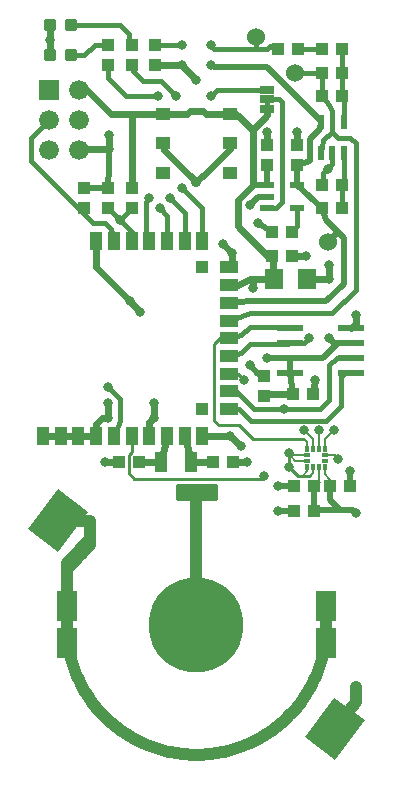
<source format=gbr>
G75*
%MOIN*%
%OFA0B0*%
%FSLAX25Y25*%
%IPPOS*%
%LPD*%
%AMOC8*
5,1,8,0,0,1.08239X$1,22.5*
%
%ADD10C,0.01181*%
%ADD11R,0.04331X0.03937*%
%ADD12R,0.07000X0.10000*%
%ADD13C,0.31496*%
%ADD14R,0.06299X0.07087*%
%ADD15R,0.03937X0.04331*%
%ADD16R,0.04724X0.02165*%
%ADD17R,0.04331X0.06693*%
%ADD18R,0.05000X0.02500*%
%ADD19C,0.01600*%
%ADD20R,0.03937X0.05906*%
%ADD21R,0.05906X0.03937*%
%ADD22R,0.03937X0.03937*%
%ADD23R,0.02165X0.04724*%
%ADD24C,0.03150*%
%ADD25R,0.06600X0.06600*%
%ADD26C,0.06600*%
%ADD27C,0.06000*%
%ADD28R,0.12598X0.16535*%
%ADD29R,0.08661X0.02362*%
%ADD30R,0.04528X0.03937*%
%ADD31R,0.01181X0.01969*%
%ADD32R,0.01969X0.01181*%
%ADD33C,0.04000*%
%ADD34C,0.03169*%
%ADD35C,0.02400*%
%ADD36C,0.02000*%
%ADD37C,0.00800*%
%ADD38C,0.01000*%
%ADD39C,0.03562*%
%ADD40C,0.00400*%
D10*
X0011705Y0239567D02*
X0011705Y0236811D01*
X0008949Y0236811D01*
X0008949Y0239567D01*
X0011705Y0239567D01*
X0011705Y0237991D02*
X0008949Y0237991D01*
X0008949Y0239171D02*
X0011705Y0239171D01*
X0018610Y0239567D02*
X0018610Y0236811D01*
X0015854Y0236811D01*
X0015854Y0239567D01*
X0018610Y0239567D01*
X0018610Y0237991D02*
X0015854Y0237991D01*
X0015854Y0239171D02*
X0018610Y0239171D01*
X0011705Y0249409D02*
X0011705Y0246653D01*
X0008949Y0246653D01*
X0008949Y0249409D01*
X0011705Y0249409D01*
X0011705Y0247833D02*
X0008949Y0247833D01*
X0008949Y0249013D02*
X0011705Y0249013D01*
X0018610Y0249409D02*
X0018610Y0246653D01*
X0015854Y0246653D01*
X0015854Y0249409D01*
X0018610Y0249409D01*
X0018610Y0247833D02*
X0015854Y0247833D01*
X0015854Y0249013D02*
X0018610Y0249013D01*
D11*
X0029528Y0241535D03*
X0029528Y0234843D03*
X0037402Y0241535D03*
X0037402Y0234843D03*
X0107677Y0232283D03*
X0100984Y0232283D03*
X0091142Y0125000D03*
X0097835Y0125000D03*
X0039764Y0102362D03*
X0033071Y0102362D03*
X0064567Y0102362D03*
X0071260Y0102362D03*
X0084252Y0179134D03*
X0090945Y0179134D03*
X0086220Y0240157D03*
X0092913Y0240157D03*
X0021654Y0187106D03*
X0021654Y0193799D03*
X0084252Y0171260D03*
X0090945Y0171260D03*
X0037402Y0187106D03*
X0037402Y0193799D03*
X0098327Y0094488D03*
X0091634Y0094488D03*
X0098327Y0086122D03*
X0091634Y0086122D03*
X0103445Y0094488D03*
X0110138Y0094488D03*
D12*
X0015748Y0054331D03*
X0102362Y0054331D03*
X0015748Y0042126D03*
X0102362Y0042126D03*
D13*
X0059055Y0048228D03*
D14*
X0085039Y0163386D03*
X0096063Y0163386D03*
D15*
X0082677Y0201378D03*
X0082677Y0208071D03*
X0092520Y0201378D03*
X0092520Y0208071D03*
X0100984Y0187008D03*
X0107677Y0187008D03*
X0045276Y0234843D03*
X0045276Y0241535D03*
X0100984Y0194882D03*
X0107677Y0194882D03*
X0107677Y0240157D03*
X0100984Y0240157D03*
X0107677Y0224409D03*
X0100984Y0224409D03*
X0029528Y0193799D03*
X0029528Y0187106D03*
X0081693Y0124606D03*
X0081693Y0131299D03*
D16*
X0082480Y0194685D03*
X0082480Y0190945D03*
X0082480Y0187205D03*
X0092717Y0187205D03*
X0092717Y0194685D03*
D17*
X0057087Y0102362D03*
X0047244Y0102362D03*
D18*
X0082677Y0226625D03*
X0082677Y0223425D03*
X0082677Y0220225D03*
D19*
X0082677Y0220425D02*
X0082677Y0223425D01*
X0052791Y0094608D02*
X0065319Y0094608D01*
X0065319Y0090432D01*
X0052791Y0090432D01*
X0052791Y0094608D01*
X0052791Y0091115D02*
X0065319Y0091115D01*
X0065319Y0092714D02*
X0052791Y0092714D01*
X0052791Y0094312D02*
X0065319Y0094312D01*
X0069882Y0167323D02*
X0070866Y0169291D01*
X0104331Y0205512D02*
X0104331Y0201772D01*
X0102854Y0200295D01*
X0101378Y0198819D01*
X0101378Y0196850D01*
X0100984Y0194882D01*
X0069882Y0137795D02*
X0073819Y0138780D01*
X0076772Y0141732D01*
X0090157Y0142264D02*
X0089626Y0141732D01*
X0076772Y0141732D01*
X0090157Y0142264D02*
X0095020Y0142264D01*
X0096457Y0143701D01*
X0100984Y0224409D02*
X0100984Y0232283D01*
X0069882Y0149606D02*
X0076772Y0152067D01*
X0104331Y0152067D01*
X0112205Y0159941D01*
X0112205Y0208661D01*
X0100984Y0224409D02*
X0103346Y0221457D01*
X0104331Y0219488D01*
X0104331Y0212598D01*
X0101378Y0209646D01*
X0100591Y0205512D01*
X0112205Y0208661D02*
X0110236Y0210630D01*
X0106299Y0210630D01*
X0104331Y0212598D01*
X0100984Y0232283D02*
X0092028Y0232283D01*
X0037402Y0241535D02*
X0036417Y0243602D01*
X0036417Y0245079D01*
X0033465Y0248031D01*
X0017232Y0248031D01*
X0017232Y0238189D02*
X0021654Y0238189D01*
X0025098Y0241634D01*
X0027067Y0241634D01*
X0029528Y0241535D01*
X0087598Y0222441D02*
X0087598Y0188976D01*
X0082480Y0187205D02*
X0085630Y0187008D01*
X0087598Y0188976D01*
X0087598Y0222441D02*
X0086614Y0223425D01*
X0082677Y0223425D01*
X0029528Y0127461D02*
X0033465Y0123524D01*
X0063976Y0224409D02*
X0065945Y0226378D01*
X0079724Y0226378D01*
X0082677Y0226625D01*
X0033465Y0123524D02*
X0033465Y0116142D01*
X0031496Y0111220D01*
X0069882Y0143701D02*
X0073819Y0144685D01*
X0076772Y0147638D01*
X0089783Y0147638D01*
X0090157Y0147264D01*
X0072343Y0125984D02*
X0078248Y0120079D01*
X0103346Y0123031D02*
X0103346Y0134843D01*
X0105768Y0137264D01*
X0103346Y0123031D02*
X0100394Y0120079D01*
X0078255Y0120079D02*
X0088091Y0120079D01*
X0100394Y0120079D01*
X0072343Y0125984D02*
X0069882Y0125984D01*
X0105768Y0137264D02*
X0110630Y0137264D01*
X0046752Y0187008D02*
X0049213Y0184547D01*
X0049213Y0176181D01*
X0009764Y0216535D02*
X0003937Y0210630D01*
X0003937Y0202756D01*
X0030512Y0180118D02*
X0031496Y0176181D01*
X0003937Y0202756D02*
X0019685Y0187008D01*
X0021654Y0187106D01*
X0024606Y0182087D02*
X0028543Y0182087D01*
X0030512Y0180118D01*
X0021654Y0187106D02*
X0021161Y0185531D01*
X0024606Y0182087D01*
X0043307Y0190453D02*
X0042323Y0188976D01*
X0042323Y0177657D01*
X0043307Y0176181D01*
X0033465Y0183071D02*
X0037402Y0179134D01*
X0037402Y0176181D01*
X0037402Y0187106D02*
X0033465Y0183071D01*
X0029528Y0187106D01*
X0092717Y0187205D02*
X0092520Y0186024D01*
X0092520Y0181102D01*
X0090945Y0179134D01*
X0054213Y0241535D02*
X0045276Y0241535D01*
X0108071Y0205512D02*
X0108268Y0202756D01*
X0108268Y0196850D01*
X0107677Y0194882D01*
X0107677Y0187008D01*
X0063898Y0241535D02*
X0064961Y0240157D01*
X0078740Y0240157D01*
X0082677Y0240157D01*
X0083661Y0241142D01*
X0086220Y0240157D01*
X0078740Y0240157D02*
X0078740Y0244094D01*
X0092913Y0240157D02*
X0100984Y0240157D01*
X0107677Y0240157D02*
X0107677Y0232283D01*
X0107677Y0224409D01*
X0108071Y0215748D02*
X0108268Y0216535D01*
X0108268Y0222441D01*
X0107677Y0224409D01*
X0055118Y0176181D02*
X0055118Y0185531D01*
X0050197Y0190453D01*
X0046260Y0224409D02*
X0035433Y0224409D01*
X0029528Y0230315D01*
X0029528Y0234843D01*
X0041339Y0229331D02*
X0047244Y0229331D01*
X0052165Y0224409D01*
X0061024Y0176181D02*
X0061024Y0187008D01*
X0054134Y0193898D01*
X0041339Y0229331D02*
X0037894Y0232776D01*
X0037402Y0234843D01*
X0073327Y0120079D02*
X0077264Y0116142D01*
X0107283Y0130906D02*
X0107283Y0121063D01*
X0102362Y0116142D01*
X0077264Y0116142D01*
X0073327Y0120079D02*
X0069882Y0120079D01*
X0110630Y0132264D02*
X0108642Y0132264D01*
X0107283Y0130906D01*
D20*
X0007874Y0111220D03*
X0013780Y0111220D03*
X0019685Y0111220D03*
X0025591Y0111220D03*
X0031496Y0111220D03*
X0037402Y0111220D03*
X0043307Y0111220D03*
X0049213Y0111220D03*
X0055118Y0111220D03*
X0061024Y0111220D03*
X0061024Y0176181D03*
X0055118Y0176181D03*
X0049213Y0176181D03*
X0043307Y0176181D03*
X0037402Y0176181D03*
X0031496Y0176181D03*
X0025591Y0176181D03*
D21*
X0069882Y0120079D03*
X0069882Y0125984D03*
X0069882Y0131890D03*
X0069882Y0137795D03*
X0069882Y0143701D03*
X0069882Y0149606D03*
X0069882Y0155512D03*
X0069882Y0161417D03*
X0069882Y0167323D03*
D22*
X0061024Y0120079D03*
X0061024Y0167323D03*
D23*
X0100591Y0205512D03*
X0104331Y0205512D03*
X0108071Y0205512D03*
X0108071Y0215748D03*
X0100591Y0215748D03*
D24*
X0063898Y0241535D03*
X0063898Y0234843D03*
X0054213Y0241535D03*
X0054213Y0234843D03*
D25*
X0009764Y0226535D03*
D26*
X0019764Y0226535D03*
X0009764Y0216535D03*
X0019764Y0216535D03*
X0009764Y0206535D03*
X0019764Y0206535D03*
D27*
X0078740Y0244094D03*
X0092028Y0232283D03*
X0102854Y0175689D03*
D28*
G36*
X0013047Y0072546D02*
X0002987Y0080128D01*
X0012937Y0093332D01*
X0022997Y0085750D01*
X0013047Y0072546D01*
G37*
G36*
X0105173Y0003124D02*
X0095113Y0010706D01*
X0105063Y0023910D01*
X0115123Y0016328D01*
X0105173Y0003124D01*
G37*
D29*
X0110630Y0137264D03*
X0090157Y0137264D03*
X0110630Y0132264D03*
X0110630Y0142264D03*
X0110630Y0147264D03*
X0090157Y0132264D03*
X0090157Y0142264D03*
X0090157Y0147264D03*
D30*
X0070177Y0198819D03*
X0070177Y0208661D03*
X0070177Y0218504D03*
X0047933Y0198819D03*
X0047933Y0208661D03*
X0047933Y0218504D03*
D31*
X0101870Y0106841D03*
X0099902Y0106841D03*
X0097933Y0106841D03*
X0095965Y0106841D03*
X0095965Y0100837D03*
X0097933Y0100837D03*
X0099902Y0100837D03*
X0101870Y0100837D03*
D32*
X0095915Y0104823D03*
X0101919Y0102854D03*
X0101919Y0104823D03*
X0095915Y0102854D03*
D33*
X0059055Y0092520D02*
X0059055Y0048228D01*
X0105118Y0013517D02*
X0112205Y0022638D01*
X0112205Y0027559D01*
X0015748Y0068898D02*
X0023622Y0076772D01*
X0023622Y0074803D01*
X0015748Y0066929D01*
X0015748Y0068898D01*
X0015748Y0067975D02*
X0016794Y0067975D01*
X0018824Y0071973D02*
X0020792Y0071973D01*
X0022822Y0075972D02*
X0023622Y0075972D01*
X0015748Y0054331D02*
X0015748Y0048228D01*
X0015761Y0047182D01*
X0015799Y0046136D01*
X0015862Y0045091D01*
X0015950Y0044048D01*
X0016064Y0043008D01*
X0016202Y0041971D01*
X0016366Y0040937D01*
X0016555Y0039908D01*
X0016768Y0038883D01*
X0017006Y0037864D01*
X0017269Y0036851D01*
X0017556Y0035845D01*
X0017868Y0034845D01*
X0018203Y0033854D01*
X0018562Y0032871D01*
X0018945Y0031897D01*
X0019351Y0030933D01*
X0019781Y0029978D01*
X0020233Y0029035D01*
X0020709Y0028102D01*
X0021206Y0027182D01*
X0021726Y0026273D01*
X0022267Y0025377D01*
X0022830Y0024495D01*
X0023414Y0023627D01*
X0024019Y0022773D01*
X0024644Y0021934D01*
X0025290Y0021110D01*
X0025955Y0020302D01*
X0026639Y0019510D01*
X0027343Y0018735D01*
X0028065Y0017978D01*
X0028805Y0017238D01*
X0029562Y0016516D01*
X0030337Y0015812D01*
X0031129Y0015128D01*
X0031937Y0014463D01*
X0032761Y0013817D01*
X0033600Y0013192D01*
X0034454Y0012587D01*
X0035322Y0012003D01*
X0036204Y0011440D01*
X0037100Y0010899D01*
X0038009Y0010379D01*
X0038929Y0009882D01*
X0039862Y0009406D01*
X0040805Y0008954D01*
X0041760Y0008524D01*
X0042724Y0008118D01*
X0043698Y0007735D01*
X0044681Y0007376D01*
X0045672Y0007041D01*
X0046672Y0006729D01*
X0047678Y0006442D01*
X0048691Y0006179D01*
X0049710Y0005941D01*
X0050735Y0005728D01*
X0051764Y0005539D01*
X0052798Y0005375D01*
X0053835Y0005237D01*
X0054875Y0005123D01*
X0055918Y0005035D01*
X0056963Y0004972D01*
X0058009Y0004934D01*
X0059055Y0004921D01*
X0060101Y0004934D01*
X0061147Y0004972D01*
X0062192Y0005035D01*
X0063235Y0005123D01*
X0064275Y0005237D01*
X0065312Y0005375D01*
X0066346Y0005539D01*
X0067375Y0005728D01*
X0068400Y0005941D01*
X0069419Y0006179D01*
X0070432Y0006442D01*
X0071438Y0006729D01*
X0072438Y0007041D01*
X0073429Y0007376D01*
X0074412Y0007735D01*
X0075386Y0008118D01*
X0076350Y0008524D01*
X0077305Y0008954D01*
X0078248Y0009406D01*
X0079181Y0009882D01*
X0080101Y0010379D01*
X0081010Y0010899D01*
X0081906Y0011440D01*
X0082788Y0012003D01*
X0083656Y0012587D01*
X0084510Y0013192D01*
X0085349Y0013817D01*
X0086173Y0014463D01*
X0086981Y0015128D01*
X0087773Y0015812D01*
X0088548Y0016516D01*
X0089305Y0017238D01*
X0090045Y0017978D01*
X0090767Y0018735D01*
X0091471Y0019510D01*
X0092155Y0020302D01*
X0092820Y0021110D01*
X0093466Y0021934D01*
X0094091Y0022773D01*
X0094696Y0023627D01*
X0095280Y0024495D01*
X0095843Y0025377D01*
X0096384Y0026273D01*
X0096904Y0027182D01*
X0097401Y0028102D01*
X0097877Y0029035D01*
X0098329Y0029978D01*
X0098759Y0030933D01*
X0099165Y0031897D01*
X0099548Y0032871D01*
X0099907Y0033854D01*
X0100242Y0034845D01*
X0100554Y0035845D01*
X0100841Y0036851D01*
X0101104Y0037864D01*
X0101342Y0038883D01*
X0101555Y0039908D01*
X0101744Y0040937D01*
X0101908Y0041971D01*
X0102046Y0043008D01*
X0102160Y0044048D01*
X0102248Y0045091D01*
X0102311Y0046136D01*
X0102349Y0047182D01*
X0102362Y0048228D01*
X0102362Y0054331D01*
X0102362Y0048228D02*
X0102362Y0042126D01*
X0015748Y0054331D02*
X0015748Y0067913D01*
X0015748Y0067914D02*
X0015810Y0067916D01*
X0015871Y0067922D01*
X0015932Y0067931D01*
X0015993Y0067945D01*
X0016052Y0067962D01*
X0016110Y0067983D01*
X0016167Y0068008D01*
X0016222Y0068036D01*
X0016275Y0068067D01*
X0016326Y0068102D01*
X0016375Y0068140D01*
X0016422Y0068181D01*
X0016465Y0068224D01*
X0016506Y0068271D01*
X0016544Y0068320D01*
X0016579Y0068371D01*
X0016610Y0068424D01*
X0016638Y0068479D01*
X0016663Y0068536D01*
X0016684Y0068594D01*
X0016701Y0068653D01*
X0016715Y0068714D01*
X0016724Y0068775D01*
X0016730Y0068836D01*
X0016732Y0068898D01*
X0015748Y0054331D02*
X0015748Y0042126D01*
X0015748Y0067913D02*
X0016732Y0068898D01*
X0012992Y0082939D02*
X0023622Y0082677D01*
X0023622Y0076772D01*
D34*
X0059055Y0092520D03*
X0063231Y0092520D03*
X0054879Y0092520D03*
X0028543Y0102362D03*
X0075787Y0102362D03*
X0067913Y0175197D03*
X0070866Y0172244D03*
X0029528Y0122047D03*
X0029528Y0117126D03*
X0040354Y0152559D03*
X0059055Y0229823D03*
X0036909Y0156004D03*
X0010335Y0243110D03*
X0044783Y0122047D03*
X0044783Y0117126D03*
X0073819Y0107776D03*
X0070374Y0111220D03*
X0102854Y0200295D03*
X0082677Y0212598D03*
X0092520Y0212598D03*
X0112205Y0027559D03*
X0112205Y0022638D03*
X0076772Y0187992D03*
X0079724Y0182087D03*
X0095472Y0171260D03*
X0103346Y0163386D03*
X0103346Y0168307D03*
X0098425Y0129921D03*
X0076772Y0134843D03*
X0030020Y0206693D03*
X0030020Y0211614D03*
X0112205Y0151575D03*
X0110236Y0099409D03*
X0086122Y0086122D03*
X0086122Y0094488D03*
X0090059Y0105315D03*
X0090059Y0100886D03*
X0082677Y0137303D03*
X0077756Y0160433D03*
X0112205Y0085630D03*
X0103346Y0143701D03*
X0096457Y0143701D03*
X0104823Y0113189D03*
X0063976Y0224409D03*
X0029528Y0127461D03*
X0016732Y0068898D03*
X0019685Y0071850D03*
X0022638Y0074803D03*
X0094980Y0113157D03*
X0088091Y0120079D03*
X0046752Y0187008D03*
X0043307Y0190453D03*
X0033465Y0183071D03*
X0046260Y0224409D03*
X0050197Y0190453D03*
X0052165Y0224409D03*
X0054134Y0193898D03*
X0106299Y0103346D03*
X0081693Y0097933D03*
X0074803Y0129921D03*
X0099902Y0113157D03*
D35*
X0033071Y0102362D02*
X0028543Y0102362D01*
X0043307Y0111220D02*
X0043307Y0115650D01*
X0044783Y0117126D01*
X0044783Y0122047D01*
X0071260Y0102362D02*
X0075787Y0102362D01*
X0025591Y0111220D02*
X0019685Y0111220D01*
X0007874Y0111220D02*
X0013780Y0111220D01*
X0019685Y0111220D01*
X0070866Y0169291D02*
X0070866Y0172244D01*
X0067913Y0175197D01*
X0025591Y0111220D02*
X0025591Y0115157D01*
X0027559Y0117126D01*
X0029528Y0117126D01*
X0029528Y0122047D01*
X0025591Y0176181D02*
X0025591Y0167323D01*
X0036909Y0156004D01*
X0040354Y0152559D01*
X0059055Y0229823D02*
X0054213Y0234843D01*
X0045276Y0234843D01*
X0010327Y0248031D02*
X0010327Y0243110D01*
X0010327Y0238189D01*
X0010335Y0243110D02*
X0010327Y0243110D01*
X0061024Y0111220D02*
X0070374Y0111220D01*
X0073819Y0107776D01*
X0082677Y0208071D02*
X0082677Y0212598D01*
X0092520Y0212598D02*
X0092520Y0208071D01*
X0096063Y0163386D02*
X0103346Y0163386D01*
X0103346Y0168307D01*
X0095472Y0171260D02*
X0090945Y0171260D01*
X0098425Y0129921D02*
X0097835Y0125000D01*
X0030020Y0206693D02*
X0030020Y0211614D01*
X0019764Y0206535D02*
X0021654Y0206693D01*
X0030020Y0206693D01*
X0110630Y0147146D02*
X0110630Y0147264D01*
X0112205Y0148839D01*
X0112205Y0151575D01*
X0072835Y0181102D02*
X0072835Y0189961D01*
X0077756Y0194882D02*
X0077756Y0213091D01*
X0022638Y0226378D02*
X0019764Y0226535D01*
X0037402Y0218504D02*
X0030512Y0218504D01*
X0022638Y0226378D01*
X0072835Y0189961D02*
X0077756Y0194882D01*
X0072835Y0181102D02*
X0082677Y0171260D01*
X0084252Y0171260D01*
X0084646Y0168307D01*
X0084646Y0163386D01*
X0085039Y0163386D01*
X0069882Y0161417D02*
X0072835Y0161417D01*
X0076772Y0163386D01*
X0077756Y0163386D01*
X0085039Y0163386D01*
X0077756Y0163386D02*
X0077756Y0160433D01*
X0091142Y0125000D02*
X0083169Y0125000D01*
X0081693Y0124606D01*
X0037402Y0193799D02*
X0037402Y0218504D01*
X0047933Y0218504D01*
X0070177Y0218504D02*
X0072343Y0218504D01*
X0077756Y0213091D01*
X0047933Y0218504D02*
X0055921Y0218504D01*
X0056984Y0219567D01*
X0061126Y0219567D01*
X0062189Y0218504D01*
X0070177Y0218504D01*
X0082677Y0220225D02*
X0082677Y0218012D01*
X0077756Y0213091D01*
X0048228Y0208661D02*
X0047933Y0208661D01*
X0059055Y0195866D02*
X0060945Y0197756D01*
X0061126Y0197756D01*
X0070177Y0206807D01*
X0070177Y0208661D01*
X0059055Y0195866D02*
X0057165Y0197756D01*
X0056984Y0197756D01*
X0048228Y0206512D01*
X0048228Y0208661D01*
X0049213Y0111220D02*
X0047244Y0102362D01*
X0039764Y0102362D01*
X0055118Y0111220D02*
X0057087Y0102362D01*
X0064567Y0102362D01*
D36*
X0082480Y0190945D02*
X0079724Y0190945D01*
X0076772Y0187992D01*
X0079724Y0182087D02*
X0084252Y0179134D01*
X0081693Y0131299D02*
X0079724Y0131890D01*
X0076772Y0134843D01*
X0030020Y0206693D02*
X0030020Y0200787D01*
X0029528Y0193799D01*
X0021654Y0193799D01*
X0086122Y0086122D02*
X0091634Y0086122D01*
X0091634Y0094488D02*
X0086122Y0094488D01*
X0110236Y0099409D02*
X0110138Y0099311D01*
X0110138Y0094488D01*
X0082677Y0201378D02*
X0082480Y0194685D01*
X0077756Y0194882D01*
X0091142Y0125000D02*
X0090157Y0132264D01*
X0090157Y0137264D01*
X0082677Y0137303D01*
X0090157Y0137264D02*
X0097894Y0137264D01*
X0110630Y0142264D02*
X0110591Y0142224D01*
X0106299Y0142224D01*
X0101378Y0137303D01*
X0097933Y0137303D01*
X0097894Y0137264D01*
X0110630Y0142264D02*
X0104783Y0142264D01*
X0103346Y0143701D01*
X0111220Y0086614D02*
X0112205Y0085630D01*
X0098819Y0086614D02*
X0098327Y0086122D01*
X0111220Y0086614D02*
X0106791Y0086614D01*
X0098819Y0086614D01*
X0103445Y0094488D02*
X0103445Y0089961D01*
X0106791Y0086614D01*
X0098327Y0094488D02*
X0098327Y0087106D01*
X0098819Y0086614D01*
X0100394Y0216535D02*
X0082677Y0234252D01*
X0064961Y0234252D01*
X0063898Y0234843D01*
X0108268Y0177165D02*
X0108268Y0161909D01*
X0102362Y0156004D01*
X0076772Y0156004D01*
X0069882Y0155512D01*
X0096949Y0202756D02*
X0096949Y0210138D01*
X0092717Y0194685D02*
X0100984Y0187008D01*
X0102362Y0183071D01*
X0106299Y0179134D01*
X0108268Y0177165D01*
X0092717Y0194685D02*
X0092520Y0201378D01*
X0096949Y0202756D01*
X0096949Y0210138D02*
X0100394Y0213583D01*
X0100394Y0216535D02*
X0100591Y0215748D01*
X0100394Y0213583D01*
X0106299Y0179134D02*
X0102854Y0175689D01*
D37*
X0097933Y0100837D02*
X0097933Y0098917D01*
X0096949Y0097933D01*
X0095965Y0100837D02*
X0095965Y0099409D01*
X0094488Y0097933D01*
X0092028Y0102854D02*
X0090551Y0104331D01*
X0090551Y0104823D02*
X0093504Y0104823D01*
X0092028Y0102854D02*
X0095915Y0102854D01*
X0095915Y0104823D02*
X0093504Y0104823D01*
X0101870Y0100837D02*
X0101870Y0098425D01*
X0103346Y0096949D01*
X0099902Y0095965D02*
X0099902Y0100837D01*
X0104823Y0113189D02*
X0101870Y0110236D01*
X0101870Y0106841D01*
X0094980Y0110236D02*
X0095965Y0109252D01*
X0095965Y0106841D01*
X0078255Y0120079D02*
X0078248Y0120079D01*
X0094980Y0113157D02*
X0097933Y0110205D01*
X0097933Y0106841D01*
X0101919Y0104823D02*
X0104823Y0104823D01*
X0099902Y0113157D02*
X0099902Y0110236D01*
X0099902Y0107776D01*
D38*
X0096949Y0097933D02*
X0094488Y0097933D01*
X0093012Y0097933D01*
X0090059Y0100886D01*
X0090059Y0105315D02*
X0090551Y0104823D01*
X0090551Y0104331D01*
X0090059Y0105315D02*
X0090059Y0100886D01*
X0103346Y0096949D02*
X0103346Y0094587D01*
X0103445Y0094488D01*
X0099902Y0095965D02*
X0098327Y0094488D01*
X0069882Y0143701D02*
X0066929Y0143701D01*
X0064961Y0141732D01*
X0064961Y0116142D02*
X0066437Y0114665D01*
X0068406Y0114665D01*
X0068898Y0114665D01*
X0064961Y0116142D02*
X0064961Y0141732D01*
X0068898Y0114665D02*
X0073327Y0114665D01*
X0077756Y0110236D01*
X0094980Y0110236D01*
X0104823Y0104823D02*
X0106299Y0103346D01*
X0037402Y0111220D02*
X0037402Y0105689D01*
X0036498Y0104786D01*
X0036498Y0098836D01*
X0038386Y0096949D01*
X0080709Y0096949D01*
X0081693Y0097933D01*
X0069882Y0131890D02*
X0072835Y0131890D01*
X0074803Y0129921D01*
D39*
X0059055Y0195866D03*
D40*
X0099902Y0107776D02*
X0099902Y0106841D01*
M02*

</source>
